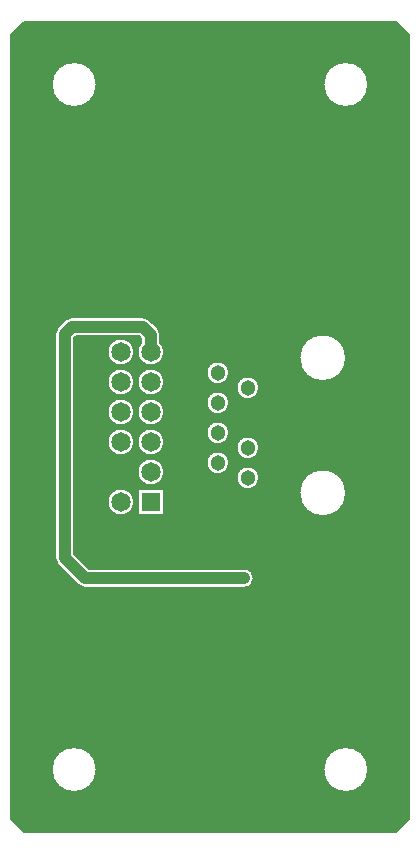
<source format=gbr>
G04 DesignSpark PCB PRO Gerber Version 10.0 Build 5299*
G04 #@! TF.Part,Single*
G04 #@! TF.FileFunction,Copper,L2,Bot*
G04 #@! TF.FilePolarity,Positive*
%FSLAX36Y36*%
%MOIN*%
G04 #@! TA.AperFunction,ComponentPad*
%ADD25R,0.06496X0.06496*%
G04 #@! TD.AperFunction*
%ADD18C,0.00787*%
G04 #@! TA.AperFunction,ViaPad*
%ADD21C,0.03200*%
G04 #@! TD.AperFunction*
%ADD23C,0.03937*%
G04 #@! TA.AperFunction,ComponentPad*
%ADD74C,0.05130*%
%ADD26C,0.06496*%
G04 #@! TD.AperFunction*
X0Y0D02*
D02*
D18*
X69744Y2689839D02*
Y73941D01*
X113311Y30374D01*
X1351256D01*
X1394823Y73941D01*
Y2689839D01*
X1351256Y2733406D01*
X113311D01*
X69744Y2689839D01*
X204724Y240157D02*
G75*
G02*
X354331I74803J0D01*
G01*
G75*
G02*
X204724I-74803J0D01*
G01*
Y2523622D02*
G75*
G02*
X354331I74803J0D01*
G01*
G75*
G02*
X204724I-74803J0D01*
G01*
X846457Y909449D02*
G75*
G02*
Y846457I0J-31496D01*
G01*
X314961D01*
G75*
G02*
X292661Y855709I0J31496D01*
G01*
X225787Y922583D01*
G75*
G02*
X216535Y944882I22244J22299D01*
G01*
Y1692870D01*
G75*
G02*
Y1692902I12110J16D01*
G01*
G75*
G02*
Y1692913I14098J8D01*
G01*
G75*
G02*
X225760Y1715185I31496J0D01*
G01*
X249382Y1738807D01*
G75*
G02*
X271697Y1748031I22272J-22272D01*
G01*
X507831D01*
G75*
G02*
X530146Y1738807I43J-31496D01*
G01*
X557705Y1711248D01*
G75*
G02*
X566929Y1688976I-22272J-22272D01*
G01*
G75*
G02*
Y1688965I-13268J-4D01*
G01*
G75*
G02*
Y1688933I-11953J-16D01*
G01*
Y1663031D01*
G75*
G02*
X579724Y1631890I-31500J-31142D01*
G01*
G75*
G02*
X491142I-44291J0D01*
G01*
G75*
G02*
X503937Y1663031I44295J0D01*
G01*
Y1675929D01*
X494827Y1685039D01*
X284701D01*
X279528Y1679866D01*
Y957929D01*
X328008Y909449D01*
X846457D01*
X391142Y1131890D02*
G75*
G02*
X479724I44291J0D01*
G01*
G75*
G02*
X391142I-44291J0D01*
G01*
Y1331890D02*
G75*
G02*
X479724I44291J0D01*
G01*
G75*
G02*
X391142I-44291J0D01*
G01*
Y1431890D02*
G75*
G02*
X479724I44291J0D01*
G01*
G75*
G02*
X391142I-44291J0D01*
G01*
Y1531890D02*
G75*
G02*
X479724I44291J0D01*
G01*
G75*
G02*
X391142I-44291J0D01*
G01*
Y1631890D02*
G75*
G02*
X479724I44291J0D01*
G01*
G75*
G02*
X391142I-44291J0D01*
G01*
X491142Y1176181D02*
X579724D01*
Y1087598D01*
X491142D01*
Y1176181D01*
Y1231890D02*
G75*
G02*
X579724I44291J0D01*
G01*
G75*
G02*
X491142I-44291J0D01*
G01*
Y1331890D02*
G75*
G02*
X579724I44291J0D01*
G01*
G75*
G02*
X491142I-44291J0D01*
G01*
Y1431890D02*
G75*
G02*
X579724I44291J0D01*
G01*
G75*
G02*
X491142I-44291J0D01*
G01*
Y1531890D02*
G75*
G02*
X579724I44291J0D01*
G01*
G75*
G02*
X491142I-44291J0D01*
G01*
X720807Y1262598D02*
G75*
G02*
X795728I37461J0D01*
G01*
G75*
G02*
X720807I-37461J0D01*
G01*
Y1362598D02*
G75*
G02*
X795728I37461J0D01*
G01*
G75*
G02*
X720807I-37461J0D01*
G01*
Y1462598D02*
G75*
G02*
X795728I37461J0D01*
G01*
G75*
G02*
X720807I-37461J0D01*
G01*
Y1562598D02*
G75*
G02*
X795728I37461J0D01*
G01*
G75*
G02*
X720807I-37461J0D01*
G01*
X820807Y1212598D02*
G75*
G02*
X895728I37461J0D01*
G01*
G75*
G02*
X820807I-37461J0D01*
G01*
Y1312598D02*
G75*
G02*
X895728I37461J0D01*
G01*
G75*
G02*
X820807I-37461J0D01*
G01*
Y1512598D02*
G75*
G02*
X895728I37461J0D01*
G01*
G75*
G02*
X820807I-37461J0D01*
G01*
X1030512Y1162559D02*
G75*
G02*
X1186024I77756J0D01*
G01*
G75*
G02*
X1030512I-77756J0D01*
G01*
X1110236Y240157D02*
G75*
G02*
X1259843I74803J0D01*
G01*
G75*
G02*
X1110236I-74803J0D01*
G01*
X1030512Y1612638D02*
G75*
G02*
X1186024I77756J0D01*
G01*
G75*
G02*
X1030512I-77756J0D01*
G01*
X1110236Y2523622D02*
G75*
G02*
X1259843I74803J0D01*
G01*
G75*
G02*
X1110236I-74803J0D01*
G01*
X73681Y240157D02*
G36*
X73681Y240157D02*
Y70004D01*
X109374Y34311D01*
X1355193D01*
X1390886Y70004D01*
Y240157D01*
X1259843D01*
G75*
G02*
X1110236I-74803J0D01*
G01*
X354331D01*
G75*
G02*
X204724I-74803J0D01*
G01*
X73681D01*
G37*
Y1131890D02*
G36*
X73681Y1131890D02*
Y240157D01*
X204724D01*
G75*
G02*
X354331I74803J0D01*
G01*
X1110236D01*
G75*
G02*
X1259843I74803J0D01*
G01*
X1390886D01*
Y1131890D01*
X1179720D01*
G75*
G02*
X1036815I-71453J30669D01*
G01*
X579724D01*
Y1087598D01*
X491142D01*
Y1131890D01*
X479724D01*
G75*
G02*
X391142I-44291J0D01*
G01*
X279528D01*
Y957929D01*
X328008Y909449D01*
X846457D01*
G75*
G02*
X877953Y877953I0J-31496D01*
G01*
G75*
G02*
X846457Y846457I-31496J0D01*
G01*
X314961D01*
G75*
G02*
X292661Y855709I4J31508D01*
G01*
X225787Y922583D01*
G75*
G02*
X216535Y944882I22256J22303D01*
G01*
Y1131890D01*
X73681D01*
G37*
Y1231890D02*
G36*
X73681Y1231890D02*
Y1131890D01*
X216535D01*
Y1231890D01*
X73681D01*
G37*
X279528D02*
G36*
X279528Y1231890D02*
Y1131890D01*
X391142D01*
G75*
G02*
X479724I44291J0D01*
G01*
X491142D01*
Y1176181D01*
X579724D01*
Y1131890D01*
X1036815D01*
G75*
G02*
X1030512Y1162559I71453J30669D01*
G01*
G75*
G02*
X1073067Y1231890I77756J-4D01*
G01*
X890378D01*
G75*
G02*
X895728Y1212598I-32110J-19295D01*
G01*
G75*
G02*
X820807I-37461J0D01*
G01*
G75*
G02*
X826157Y1231890I37461J-4D01*
G01*
X779720D01*
G75*
G02*
X736815I-21453J30709D01*
G01*
X579724D01*
G75*
G02*
X491142I-44291J0D01*
G01*
X279528D01*
G37*
X1186024Y1162559D02*
G36*
X1186024Y1162559D02*
G75*
G02*
X1179720Y1131890I-77756J0D01*
G01*
X1390886D01*
Y1231890D01*
X1143469D01*
G75*
G02*
X1186024Y1162559I-35201J-69335D01*
G01*
G37*
X73681Y1297244D02*
G36*
X73681Y1297244D02*
Y1231890D01*
X216535D01*
Y1297244D01*
X73681D01*
G37*
X279528D02*
G36*
X279528Y1297244D02*
Y1231890D01*
X491142D01*
G75*
G02*
X579724I44291J0D01*
G01*
X736815D01*
G75*
G02*
X720807Y1262598I21453J30709D01*
G01*
G75*
G02*
X744020Y1297244I37461J0D01*
G01*
X563028D01*
G75*
G02*
X507839I-27594J34646D01*
G01*
X463028D01*
G75*
G02*
X407839I-27594J34646D01*
G01*
X279528D01*
G37*
X795728Y1262598D02*
G36*
X795728Y1262598D02*
G75*
G02*
X779720Y1231890I-37461J0D01*
G01*
X826157D01*
G75*
G02*
X890378I32110J-19291D01*
G01*
X1073067D01*
G75*
G02*
X1143469I35201J-69327D01*
G01*
X1390886D01*
Y1297244D01*
X892437D01*
G75*
G02*
X824098I-34169J15354D01*
G01*
X772516D01*
G75*
G02*
X795728Y1262598I-14248J-34646D01*
G01*
G37*
X73681Y1362598D02*
G36*
X73681Y1362598D02*
Y1297244D01*
X216535D01*
Y1362598D01*
X73681D01*
G37*
X279528D02*
G36*
X279528Y1362598D02*
Y1297244D01*
X407839D01*
G75*
G02*
X391142Y1331890I27594J34646D01*
G01*
G75*
G02*
X403516Y1362598I44291J0D01*
G01*
X279528D01*
G37*
X479724Y1331890D02*
G36*
X479724Y1331890D02*
G75*
G02*
X463028Y1297244I-44291J0D01*
G01*
X507839D01*
G75*
G02*
X491142Y1331890I27594J34646D01*
G01*
G75*
G02*
X503516Y1362598I44291J0D01*
G01*
X467350D01*
G75*
G02*
X479724Y1331890I-31917J-30709D01*
G01*
G37*
X579724D02*
G36*
X579724Y1331890D02*
G75*
G02*
X563028Y1297244I-44291J0D01*
G01*
X744020D01*
G75*
G02*
X772516I14248J-34650D01*
G01*
X824098D01*
G75*
G02*
X820807Y1312598I34169J15354D01*
G01*
G75*
G02*
X895728I37461J0D01*
G01*
G75*
G02*
X892437Y1297244I-37461J0D01*
G01*
X1390886D01*
Y1362598D01*
X795728D01*
G75*
G02*
X720807I-37461J0D01*
G01*
X567350D01*
G75*
G02*
X579724Y1331890I-31917J-30709D01*
G01*
G37*
X73681Y1431890D02*
G36*
X73681Y1431890D02*
Y1362598D01*
X216535D01*
Y1431890D01*
X73681D01*
G37*
X279528D02*
G36*
X279528Y1431890D02*
Y1362598D01*
X403516D01*
G75*
G02*
X467350I31917J-30709D01*
G01*
X503516D01*
G75*
G02*
X567350I31917J-30709D01*
G01*
X720807D01*
G75*
G02*
X795728I37461J0D01*
G01*
X1390886D01*
Y1431890D01*
X779720D01*
G75*
G02*
X736815I-21453J30709D01*
G01*
X579724D01*
G75*
G02*
X491142I-44291J0D01*
G01*
X479724D01*
G75*
G02*
X391142I-44291J0D01*
G01*
X279528D01*
G37*
X73681Y1531890D02*
G36*
X73681Y1531890D02*
Y1431890D01*
X216535D01*
Y1531890D01*
X73681D01*
G37*
X279528D02*
G36*
X279528Y1531890D02*
Y1431890D01*
X391142D01*
G75*
G02*
X479724I44291J0D01*
G01*
X491142D01*
G75*
G02*
X579724I44291J0D01*
G01*
X736815D01*
G75*
G02*
X720807Y1462598I21453J30709D01*
G01*
G75*
G02*
X795728I37461J0D01*
G01*
G75*
G02*
X779720Y1431890I-37461J0D01*
G01*
X1390886D01*
Y1531890D01*
X890378D01*
G75*
G02*
X895728Y1512598I-32110J-19295D01*
G01*
G75*
G02*
X820807I-37461J0D01*
G01*
G75*
G02*
X826157Y1531890I37461J-4D01*
G01*
X779720D01*
G75*
G02*
X736815I-21453J30709D01*
G01*
X579724D01*
G75*
G02*
X491142I-44291J0D01*
G01*
X479724D01*
G75*
G02*
X391142I-44291J0D01*
G01*
X279528D01*
G37*
X73681Y1631890D02*
G36*
X73681Y1631890D02*
Y1531890D01*
X216535D01*
Y1631890D01*
X73681D01*
G37*
X279528D02*
G36*
X279528Y1631890D02*
Y1531890D01*
X391142D01*
G75*
G02*
X479724I44291J0D01*
G01*
X491142D01*
G75*
G02*
X579724I44291J0D01*
G01*
X736815D01*
G75*
G02*
X720807Y1562598I21453J30709D01*
G01*
G75*
G02*
X795728I37461J0D01*
G01*
G75*
G02*
X779720Y1531890I-37461J0D01*
G01*
X826157D01*
G75*
G02*
X890378I32110J-19291D01*
G01*
X1390886D01*
Y1631890D01*
X1183602D01*
G75*
G02*
X1186024Y1612638I-75335J-19252D01*
G01*
G75*
G02*
X1030512I-77756J0D01*
G01*
G75*
G02*
X1032933Y1631890I77756J0D01*
G01*
X579724D01*
G75*
G02*
X491142I-44291J0D01*
G01*
X479724D01*
G75*
G02*
X391142I-44291J0D01*
G01*
X279528D01*
G37*
X73681Y2523622D02*
G36*
X73681Y2523622D02*
Y1631890D01*
X216535D01*
Y1692870D01*
Y1692902D01*
Y1692913D01*
G75*
G02*
X225760Y1715185I31512J-4D01*
G01*
X249382Y1738807D01*
G75*
G02*
X271697Y1748031I22280J-22291D01*
G01*
X507831D01*
G75*
G02*
X530146Y1738807I35J-31516D01*
G01*
X557705Y1711248D01*
G75*
G02*
X566929Y1688980I-22268J-22268D01*
G01*
G75*
G02*
Y1688976I-56394J0D01*
G01*
Y1688965D01*
Y1688933D01*
Y1663031D01*
G75*
G02*
X579724Y1631894I-31488J-31138D01*
G01*
G75*
G02*
Y1631890I-45114J0D01*
G01*
X1032933D01*
G75*
G02*
X1183602I75335J-19252D01*
G01*
X1390886D01*
Y2523622D01*
X1259843D01*
G75*
G02*
X1110236I-74803J0D01*
G01*
X354331D01*
G75*
G02*
X204724I-74803J0D01*
G01*
X73681D01*
G37*
X279528Y1679866D02*
G36*
X279528Y1679866D02*
Y1631890D01*
X391142D01*
G75*
G02*
X479724I44291J0D01*
G01*
X491142D01*
G75*
G02*
Y1631894I45114J4D01*
G01*
G75*
G02*
X503937Y1663031I44283J0D01*
G01*
Y1675929D01*
X494827Y1685039D01*
X284701D01*
X279528Y1679866D01*
G37*
X73681Y2693776D02*
G36*
X73681Y2693776D02*
Y2523622D01*
X204724D01*
G75*
G02*
X354331I74803J0D01*
G01*
X1110236D01*
G75*
G02*
X1259843I74803J0D01*
G01*
X1390886D01*
Y2693776D01*
X1355193Y2729469D01*
X109374D01*
X73681Y2693776D01*
G37*
D02*
D21*
X165354Y594488D03*
Y830709D03*
Y1027559D03*
Y1381890D03*
Y1736220D03*
X318898Y708661D03*
X377953Y594488D03*
Y830709D03*
Y1027559D03*
Y1381890D03*
Y1783465D03*
X409449Y1881890D03*
X456693Y614173D03*
X527559Y799213D03*
X543307Y877953D03*
X614173Y200787D03*
Y877953D03*
Y1870079D03*
X661417Y2389764D03*
X696850Y1736220D03*
X799213Y484252D03*
Y1681102D03*
X826772Y1870079D03*
X846457Y877953D03*
Y1992126D03*
Y2204724D03*
X850394Y200787D03*
X909449Y1736220D03*
X925197Y944882D03*
X1019685Y925197D03*
X1110236Y594488D03*
Y830709D03*
Y1027559D03*
Y1381890D03*
X1196850Y1996063D03*
X1322835Y594488D03*
Y830709D03*
Y1027559D03*
Y1381890D03*
D02*
D23*
X535433Y1631890D02*
Y1688976D01*
X507874Y1716535D01*
X271654D01*
X248031Y1692913D01*
Y944882D01*
X314961Y877953D01*
X614173D01*
X846457D01*
D02*
D25*
X535433Y1131890D03*
D02*
D26*
X435433D03*
Y1231890D03*
Y1331890D03*
Y1431890D03*
Y1531890D03*
Y1631890D03*
X535433Y1231890D03*
Y1331890D03*
Y1431890D03*
Y1531890D03*
Y1631890D03*
D02*
D74*
X758268Y1262598D03*
Y1362598D03*
Y1462598D03*
Y1562598D03*
X858268Y1212598D03*
Y1312598D03*
Y1412598D03*
Y1512598D03*
X0Y0D02*
M02*

</source>
